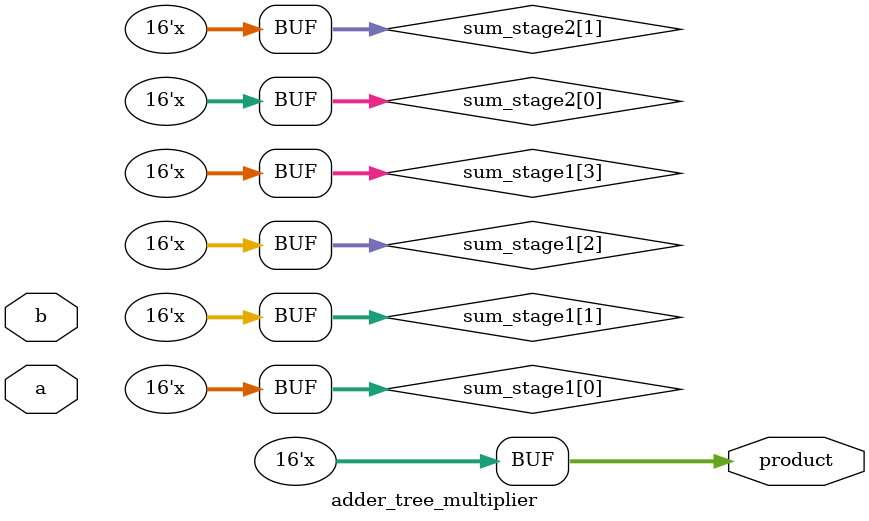
<source format=sv>

module adder_tree_multiplier_top #(
    parameter integer DATA_WIDTH = 8
)(
    input wire                     clk,
    input wire                     rst_n,

    // Input side
    input wire                     EA,     // Enable A register
    input wire                     EB,     // Enable B register
    input wire [DATA_WIDTH-1:0]    A_in,
    input wire [DATA_WIDTH-1:0]    B_in,

    // Output side
    output reg  [2*DATA_WIDTH-1:0]  P_out   
);

    // Input registers
    reg [DATA_WIDTH-1:0] A_reg;
    reg [DATA_WIDTH-1:0] B_reg;

    // Combinational multiplier output
    wire [2*DATA_WIDTH-1:0] product_wire;

    // Input registers
    always @(posedge clk or negedge rst_n) begin
        if (!rst_n) begin
            A_reg <= {DATA_WIDTH{1'b0}};
            B_reg <= {DATA_WIDTH{1'b0}};
        end else begin
            if (EA)
                A_reg <= A_in;
            if (EB)
                B_reg <= B_in;
        end
    end

    // Adder-tree multiplier instance
    adder_tree_multiplier #(
        .DATA_WIDTH(DATA_WIDTH)
    ) u_adder_tree_multiplier (
        .a(A_reg),
        .b(B_reg),
        .product(product_wire)
    );

    // Output register
    always @(posedge clk or negedge rst_n) begin
        if (!rst_n) begin
            P_out <= {(2*DATA_WIDTH){1'b0}};
        end else begin
            P_out <= product_wire;
        end
    end

endmodule

module adder_tree_multiplier #(
    // Parameter declarations
    parameter integer DATA_WIDTH = 8
)(
    // Port declarations
    input  wire [DATA_WIDTH-1:0]    a,
    input  wire [DATA_WIDTH-1:0]    b,
    output wire [2*DATA_WIDTH-1:0]  product
);

    // Partial product (extended to 2N)
    wire [2*DATA_WIDTH-1:0] pp [DATA_WIDTH-1:0];

    genvar i;
    generate
        for (i = 0; i < DATA_WIDTH; i = i + 1) begin : GEN_PP
            assign pp[i] = b[i] ? ({{DATA_WIDTH{1'b0}}, a} << i)
                                : {2*DATA_WIDTH{1'b0}};

        end
    endgenerate

    // Product calculation using adder tree
    wire [2*DATA_WIDTH-1:0] sum_stage1 [((DATA_WIDTH+1)/2)-1:0];
    wire [2*DATA_WIDTH-1:0] sum_stage2 [((DATA_WIDTH+3)/4)-1:0];

    // First stage of addition
    assign sum_stage1[0] = pp[0] + pp[1];
    assign sum_stage1[1] = pp[2] + pp[3];
    assign sum_stage1[2] = pp[4] + pp[5];
    assign sum_stage1[3] = pp[6] + pp[7];

    // Second stage of addition
    assign sum_stage2[0] = sum_stage1[0] + sum_stage1[1];
    assign sum_stage2[1] = sum_stage1[2] + sum_stage1[3];

    // Final addition to get the product
    assign product = sum_stage2[0] + sum_stage2[1];

endmodule

</source>
